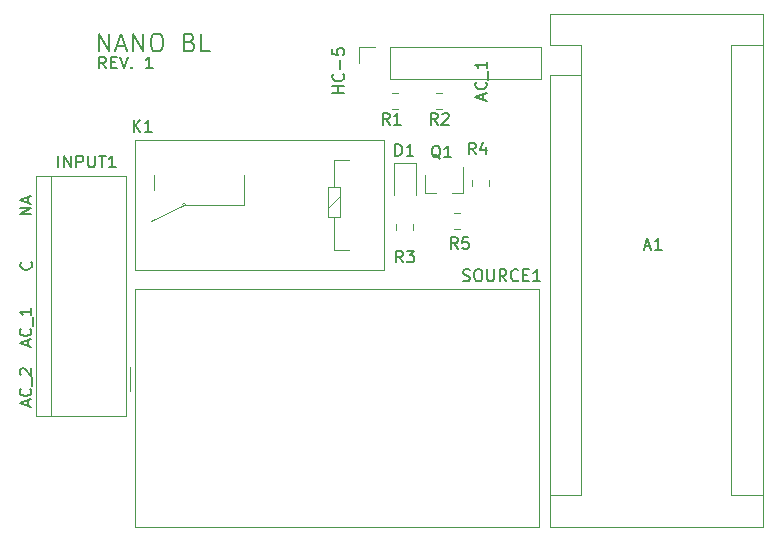
<source format=gbr>
%TF.GenerationSoftware,KiCad,Pcbnew,(5.1.5)-3*%
%TF.CreationDate,2020-10-03T11:48:18-03:00*%
%TF.ProjectId,interruptor_bluetooth V1.0,696e7465-7272-4757-9074-6f725f626c75,rev?*%
%TF.SameCoordinates,Original*%
%TF.FileFunction,Legend,Top*%
%TF.FilePolarity,Positive*%
%FSLAX46Y46*%
G04 Gerber Fmt 4.6, Leading zero omitted, Abs format (unit mm)*
G04 Created by KiCad (PCBNEW (5.1.5)-3) date 2020-10-03 11:48:18*
%MOMM*%
%LPD*%
G04 APERTURE LIST*
%ADD10C,0.150000*%
%ADD11C,0.120000*%
G04 APERTURE END LIST*
D10*
X137830133Y-67152780D02*
X137496800Y-66676590D01*
X137258704Y-67152780D02*
X137258704Y-66152780D01*
X137639657Y-66152780D01*
X137734895Y-66200400D01*
X137782514Y-66248019D01*
X137830133Y-66343257D01*
X137830133Y-66486114D01*
X137782514Y-66581352D01*
X137734895Y-66628971D01*
X137639657Y-66676590D01*
X137258704Y-66676590D01*
X138258704Y-66628971D02*
X138592038Y-66628971D01*
X138734895Y-67152780D02*
X138258704Y-67152780D01*
X138258704Y-66152780D01*
X138734895Y-66152780D01*
X139020609Y-66152780D02*
X139353942Y-67152780D01*
X139687276Y-66152780D01*
X140020609Y-67057542D02*
X140068228Y-67105161D01*
X140020609Y-67152780D01*
X139972990Y-67105161D01*
X140020609Y-67057542D01*
X140020609Y-67152780D01*
X141782514Y-67152780D02*
X141211085Y-67152780D01*
X141496800Y-67152780D02*
X141496800Y-66152780D01*
X141401561Y-66295638D01*
X141306323Y-66390876D01*
X141211085Y-66438495D01*
X137262171Y-65702571D02*
X137262171Y-64202571D01*
X138119314Y-65702571D01*
X138119314Y-64202571D01*
X138762171Y-65274000D02*
X139476457Y-65274000D01*
X138619314Y-65702571D02*
X139119314Y-64202571D01*
X139619314Y-65702571D01*
X140119314Y-65702571D02*
X140119314Y-64202571D01*
X140976457Y-65702571D01*
X140976457Y-64202571D01*
X141976457Y-64202571D02*
X142262171Y-64202571D01*
X142405028Y-64274000D01*
X142547885Y-64416857D01*
X142619314Y-64702571D01*
X142619314Y-65202571D01*
X142547885Y-65488285D01*
X142405028Y-65631142D01*
X142262171Y-65702571D01*
X141976457Y-65702571D01*
X141833600Y-65631142D01*
X141690742Y-65488285D01*
X141619314Y-65202571D01*
X141619314Y-64702571D01*
X141690742Y-64416857D01*
X141833600Y-64274000D01*
X141976457Y-64202571D01*
X144905028Y-64916857D02*
X145119314Y-64988285D01*
X145190742Y-65059714D01*
X145262171Y-65202571D01*
X145262171Y-65416857D01*
X145190742Y-65559714D01*
X145119314Y-65631142D01*
X144976457Y-65702571D01*
X144405028Y-65702571D01*
X144405028Y-64202571D01*
X144905028Y-64202571D01*
X145047885Y-64274000D01*
X145119314Y-64345428D01*
X145190742Y-64488285D01*
X145190742Y-64631142D01*
X145119314Y-64774000D01*
X145047885Y-64845428D01*
X144905028Y-64916857D01*
X144405028Y-64916857D01*
X146619314Y-65702571D02*
X145905028Y-65702571D01*
X145905028Y-64202571D01*
X169787866Y-69768838D02*
X169787866Y-69292647D01*
X170073580Y-69864076D02*
X169073580Y-69530742D01*
X170073580Y-69197409D01*
X169978342Y-68292647D02*
X170025961Y-68340266D01*
X170073580Y-68483123D01*
X170073580Y-68578361D01*
X170025961Y-68721219D01*
X169930723Y-68816457D01*
X169835485Y-68864076D01*
X169645009Y-68911695D01*
X169502152Y-68911695D01*
X169311676Y-68864076D01*
X169216438Y-68816457D01*
X169121200Y-68721219D01*
X169073580Y-68578361D01*
X169073580Y-68483123D01*
X169121200Y-68340266D01*
X169168819Y-68292647D01*
X170168819Y-68102171D02*
X170168819Y-67340266D01*
X170073580Y-66578361D02*
X170073580Y-67149790D01*
X170073580Y-66864076D02*
X169073580Y-66864076D01*
X169216438Y-66959314D01*
X169311676Y-67054552D01*
X169359295Y-67149790D01*
X131516380Y-79505085D02*
X130516380Y-79505085D01*
X131516380Y-78933657D01*
X130516380Y-78933657D01*
X131230666Y-78505085D02*
X131230666Y-78028895D01*
X131516380Y-78600323D02*
X130516380Y-78266990D01*
X131516380Y-77933657D01*
X131471942Y-83561276D02*
X131519561Y-83608895D01*
X131567180Y-83751752D01*
X131567180Y-83846990D01*
X131519561Y-83989847D01*
X131424323Y-84085085D01*
X131329085Y-84132704D01*
X131138609Y-84180323D01*
X130995752Y-84180323D01*
X130805276Y-84132704D01*
X130710038Y-84085085D01*
X130614800Y-83989847D01*
X130567180Y-83846990D01*
X130567180Y-83751752D01*
X130614800Y-83608895D01*
X130662419Y-83561276D01*
X131218466Y-95727638D02*
X131218466Y-95251447D01*
X131504180Y-95822876D02*
X130504180Y-95489542D01*
X131504180Y-95156209D01*
X131408942Y-94251447D02*
X131456561Y-94299066D01*
X131504180Y-94441923D01*
X131504180Y-94537161D01*
X131456561Y-94680019D01*
X131361323Y-94775257D01*
X131266085Y-94822876D01*
X131075609Y-94870495D01*
X130932752Y-94870495D01*
X130742276Y-94822876D01*
X130647038Y-94775257D01*
X130551800Y-94680019D01*
X130504180Y-94537161D01*
X130504180Y-94441923D01*
X130551800Y-94299066D01*
X130599419Y-94251447D01*
X131599419Y-94060971D02*
X131599419Y-93299066D01*
X130599419Y-93108590D02*
X130551800Y-93060971D01*
X130504180Y-92965733D01*
X130504180Y-92727638D01*
X130551800Y-92632400D01*
X130599419Y-92584780D01*
X130694657Y-92537161D01*
X130789895Y-92537161D01*
X130932752Y-92584780D01*
X131504180Y-93156209D01*
X131504180Y-92537161D01*
X131230666Y-90647638D02*
X131230666Y-90171447D01*
X131516380Y-90742876D02*
X130516380Y-90409542D01*
X131516380Y-90076209D01*
X131421142Y-89171447D02*
X131468761Y-89219066D01*
X131516380Y-89361923D01*
X131516380Y-89457161D01*
X131468761Y-89600019D01*
X131373523Y-89695257D01*
X131278285Y-89742876D01*
X131087809Y-89790495D01*
X130944952Y-89790495D01*
X130754476Y-89742876D01*
X130659238Y-89695257D01*
X130564000Y-89600019D01*
X130516380Y-89457161D01*
X130516380Y-89361923D01*
X130564000Y-89219066D01*
X130611619Y-89171447D01*
X131611619Y-88980971D02*
X131611619Y-88219066D01*
X131516380Y-87457161D02*
X131516380Y-88028590D01*
X131516380Y-87742876D02*
X130516380Y-87742876D01*
X130659238Y-87838114D01*
X130754476Y-87933352D01*
X130802095Y-88028590D01*
D11*
X144592500Y-78676500D02*
G75*
G03X144592500Y-78676500I-130000J0D01*
G01*
X161382500Y-84176500D02*
X140242500Y-84176500D01*
X161382500Y-73176500D02*
X161382500Y-84176500D01*
X140242500Y-73176500D02*
X140242500Y-84176500D01*
X161382500Y-73176500D02*
X140242500Y-73176500D01*
X156652500Y-77156500D02*
X157162500Y-77156500D01*
X156652500Y-79696500D02*
X156652500Y-77156500D01*
X157162500Y-79696500D02*
X156652500Y-79696500D01*
X157672500Y-79696500D02*
X157162500Y-79696500D01*
X157672500Y-77156500D02*
X157672500Y-79696500D01*
X157162500Y-77156500D02*
X157672500Y-77156500D01*
X158432500Y-74866500D02*
X157162500Y-74866500D01*
X157162500Y-74866500D02*
X157162500Y-77156500D01*
X157162500Y-79696500D02*
X157162500Y-82486500D01*
X157162500Y-82486500D02*
X158432500Y-82486500D01*
X157672500Y-77916500D02*
X156652500Y-78926500D01*
X149542500Y-78676500D02*
X144462500Y-78676500D01*
X149542500Y-76136500D02*
X149542500Y-78676500D01*
X141922500Y-76136500D02*
X141922500Y-77406500D01*
X144462500Y-78676500D02*
X141672500Y-80076500D01*
X131927600Y-76250800D02*
X131927600Y-96570800D01*
X139547600Y-76250800D02*
X139547600Y-96570800D01*
X133197600Y-96570800D02*
X133197600Y-76250800D01*
X131927600Y-96570800D02*
X139547600Y-96570800D01*
X139547600Y-76250800D02*
X131927600Y-76250800D01*
X167317922Y-80783500D02*
X167835078Y-80783500D01*
X167317922Y-79363500D02*
X167835078Y-79363500D01*
X193424000Y-62506400D02*
X175384000Y-62506400D01*
X193424000Y-105946400D02*
X193424000Y-62506400D01*
X175384000Y-105946400D02*
X193424000Y-105946400D01*
X178054000Y-103276400D02*
X175384000Y-103276400D01*
X178054000Y-67716400D02*
X178054000Y-103276400D01*
X178054000Y-67716400D02*
X175384000Y-67716400D01*
X190754000Y-103276400D02*
X193424000Y-103276400D01*
X190754000Y-65176400D02*
X190754000Y-103276400D01*
X190754000Y-65176400D02*
X193424000Y-65176400D01*
X175384000Y-62506400D02*
X175384000Y-65176400D01*
X175384000Y-67716400D02*
X175384000Y-105946400D01*
X178054000Y-65176400D02*
X175384000Y-65176400D01*
X178054000Y-67716400D02*
X178054000Y-65176400D01*
X168835000Y-76576422D02*
X168835000Y-77093578D01*
X170255000Y-76576422D02*
X170255000Y-77093578D01*
X162421500Y-80322922D02*
X162421500Y-80840078D01*
X163841500Y-80322922D02*
X163841500Y-80840078D01*
X166272978Y-69203500D02*
X165755822Y-69203500D01*
X166272978Y-70623500D02*
X165755822Y-70623500D01*
X162526478Y-69203500D02*
X162009322Y-69203500D01*
X162526478Y-70623500D02*
X162009322Y-70623500D01*
X164853500Y-77658500D02*
X164853500Y-76198500D01*
X168013500Y-77658500D02*
X168013500Y-75498500D01*
X168013500Y-77658500D02*
X167083500Y-77658500D01*
X164853500Y-77658500D02*
X165783500Y-77658500D01*
X139894500Y-92408500D02*
X139894500Y-94418500D01*
X174484500Y-85808500D02*
X140284500Y-85808500D01*
X174484500Y-106008500D02*
X174484500Y-85808500D01*
X140284500Y-106008500D02*
X174484500Y-106008500D01*
X140284500Y-85808500D02*
X140284500Y-106008500D01*
X159286900Y-66675000D02*
X159286900Y-65345000D01*
X159286900Y-65345000D02*
X160616900Y-65345000D01*
X161886900Y-65345000D02*
X174646900Y-65345000D01*
X174646900Y-68005000D02*
X174646900Y-65345000D01*
X161886900Y-68005000D02*
X174646900Y-68005000D01*
X161886900Y-68005000D02*
X161886900Y-65345000D01*
X162171500Y-75150000D02*
X162171500Y-77835000D01*
X164091500Y-75150000D02*
X162171500Y-75150000D01*
X164091500Y-77835000D02*
X164091500Y-75150000D01*
D10*
X140168404Y-72524880D02*
X140168404Y-71524880D01*
X140739833Y-72524880D02*
X140311261Y-71953452D01*
X140739833Y-71524880D02*
X140168404Y-72096309D01*
X141692214Y-72524880D02*
X141120785Y-72524880D01*
X141406500Y-72524880D02*
X141406500Y-71524880D01*
X141311261Y-71667738D01*
X141216023Y-71762976D01*
X141120785Y-71810595D01*
X133790038Y-75534780D02*
X133790038Y-74534780D01*
X134266228Y-75534780D02*
X134266228Y-74534780D01*
X134837657Y-75534780D01*
X134837657Y-74534780D01*
X135313847Y-75534780D02*
X135313847Y-74534780D01*
X135694800Y-74534780D01*
X135790038Y-74582400D01*
X135837657Y-74630019D01*
X135885276Y-74725257D01*
X135885276Y-74868114D01*
X135837657Y-74963352D01*
X135790038Y-75010971D01*
X135694800Y-75058590D01*
X135313847Y-75058590D01*
X136313847Y-74534780D02*
X136313847Y-75344304D01*
X136361466Y-75439542D01*
X136409085Y-75487161D01*
X136504323Y-75534780D01*
X136694800Y-75534780D01*
X136790038Y-75487161D01*
X136837657Y-75439542D01*
X136885276Y-75344304D01*
X136885276Y-74534780D01*
X137218609Y-74534780D02*
X137790038Y-74534780D01*
X137504323Y-75534780D02*
X137504323Y-74534780D01*
X138647180Y-75534780D02*
X138075752Y-75534780D01*
X138361466Y-75534780D02*
X138361466Y-74534780D01*
X138266228Y-74677638D01*
X138170990Y-74772876D01*
X138075752Y-74820495D01*
X167600333Y-82430880D02*
X167267000Y-81954690D01*
X167028904Y-82430880D02*
X167028904Y-81430880D01*
X167409857Y-81430880D01*
X167505095Y-81478500D01*
X167552714Y-81526119D01*
X167600333Y-81621357D01*
X167600333Y-81764214D01*
X167552714Y-81859452D01*
X167505095Y-81907071D01*
X167409857Y-81954690D01*
X167028904Y-81954690D01*
X168505095Y-81430880D02*
X168028904Y-81430880D01*
X167981285Y-81907071D01*
X168028904Y-81859452D01*
X168124142Y-81811833D01*
X168362238Y-81811833D01*
X168457476Y-81859452D01*
X168505095Y-81907071D01*
X168552714Y-82002309D01*
X168552714Y-82240404D01*
X168505095Y-82335642D01*
X168457476Y-82383261D01*
X168362238Y-82430880D01*
X168124142Y-82430880D01*
X168028904Y-82383261D01*
X167981285Y-82335642D01*
X183435714Y-82208666D02*
X183911904Y-82208666D01*
X183340476Y-82494380D02*
X183673809Y-81494380D01*
X184007142Y-82494380D01*
X184864285Y-82494380D02*
X184292857Y-82494380D01*
X184578571Y-82494380D02*
X184578571Y-81494380D01*
X184483333Y-81637238D01*
X184388095Y-81732476D01*
X184292857Y-81780095D01*
X169124333Y-74429880D02*
X168791000Y-73953690D01*
X168552904Y-74429880D02*
X168552904Y-73429880D01*
X168933857Y-73429880D01*
X169029095Y-73477500D01*
X169076714Y-73525119D01*
X169124333Y-73620357D01*
X169124333Y-73763214D01*
X169076714Y-73858452D01*
X169029095Y-73906071D01*
X168933857Y-73953690D01*
X168552904Y-73953690D01*
X169981476Y-73763214D02*
X169981476Y-74429880D01*
X169743380Y-73382261D02*
X169505285Y-74096547D01*
X170124333Y-74096547D01*
X162964833Y-83573880D02*
X162631500Y-83097690D01*
X162393404Y-83573880D02*
X162393404Y-82573880D01*
X162774357Y-82573880D01*
X162869595Y-82621500D01*
X162917214Y-82669119D01*
X162964833Y-82764357D01*
X162964833Y-82907214D01*
X162917214Y-83002452D01*
X162869595Y-83050071D01*
X162774357Y-83097690D01*
X162393404Y-83097690D01*
X163298166Y-82573880D02*
X163917214Y-82573880D01*
X163583880Y-82954833D01*
X163726738Y-82954833D01*
X163821976Y-83002452D01*
X163869595Y-83050071D01*
X163917214Y-83145309D01*
X163917214Y-83383404D01*
X163869595Y-83478642D01*
X163821976Y-83526261D01*
X163726738Y-83573880D01*
X163441023Y-83573880D01*
X163345785Y-83526261D01*
X163298166Y-83478642D01*
X165898533Y-71927980D02*
X165565200Y-71451790D01*
X165327104Y-71927980D02*
X165327104Y-70927980D01*
X165708057Y-70927980D01*
X165803295Y-70975600D01*
X165850914Y-71023219D01*
X165898533Y-71118457D01*
X165898533Y-71261314D01*
X165850914Y-71356552D01*
X165803295Y-71404171D01*
X165708057Y-71451790D01*
X165327104Y-71451790D01*
X166279485Y-71023219D02*
X166327104Y-70975600D01*
X166422342Y-70927980D01*
X166660438Y-70927980D01*
X166755676Y-70975600D01*
X166803295Y-71023219D01*
X166850914Y-71118457D01*
X166850914Y-71213695D01*
X166803295Y-71356552D01*
X166231866Y-71927980D01*
X166850914Y-71927980D01*
X161834533Y-71927980D02*
X161501200Y-71451790D01*
X161263104Y-71927980D02*
X161263104Y-70927980D01*
X161644057Y-70927980D01*
X161739295Y-70975600D01*
X161786914Y-71023219D01*
X161834533Y-71118457D01*
X161834533Y-71261314D01*
X161786914Y-71356552D01*
X161739295Y-71404171D01*
X161644057Y-71451790D01*
X161263104Y-71451790D01*
X162786914Y-71927980D02*
X162215485Y-71927980D01*
X162501200Y-71927980D02*
X162501200Y-70927980D01*
X162405961Y-71070838D01*
X162310723Y-71166076D01*
X162215485Y-71213695D01*
X166147761Y-74779119D02*
X166052523Y-74731500D01*
X165957285Y-74636261D01*
X165814428Y-74493404D01*
X165719190Y-74445785D01*
X165623952Y-74445785D01*
X165671571Y-74683880D02*
X165576333Y-74636261D01*
X165481095Y-74541023D01*
X165433476Y-74350547D01*
X165433476Y-74017214D01*
X165481095Y-73826738D01*
X165576333Y-73731500D01*
X165671571Y-73683880D01*
X165862047Y-73683880D01*
X165957285Y-73731500D01*
X166052523Y-73826738D01*
X166100142Y-74017214D01*
X166100142Y-74350547D01*
X166052523Y-74541023D01*
X165957285Y-74636261D01*
X165862047Y-74683880D01*
X165671571Y-74683880D01*
X167052523Y-74683880D02*
X166481095Y-74683880D01*
X166766809Y-74683880D02*
X166766809Y-73683880D01*
X166671571Y-73826738D01*
X166576333Y-73921976D01*
X166481095Y-73969595D01*
X168061095Y-85113761D02*
X168203952Y-85161380D01*
X168442047Y-85161380D01*
X168537285Y-85113761D01*
X168584904Y-85066142D01*
X168632523Y-84970904D01*
X168632523Y-84875666D01*
X168584904Y-84780428D01*
X168537285Y-84732809D01*
X168442047Y-84685190D01*
X168251571Y-84637571D01*
X168156333Y-84589952D01*
X168108714Y-84542333D01*
X168061095Y-84447095D01*
X168061095Y-84351857D01*
X168108714Y-84256619D01*
X168156333Y-84209000D01*
X168251571Y-84161380D01*
X168489666Y-84161380D01*
X168632523Y-84209000D01*
X169251571Y-84161380D02*
X169442047Y-84161380D01*
X169537285Y-84209000D01*
X169632523Y-84304238D01*
X169680142Y-84494714D01*
X169680142Y-84828047D01*
X169632523Y-85018523D01*
X169537285Y-85113761D01*
X169442047Y-85161380D01*
X169251571Y-85161380D01*
X169156333Y-85113761D01*
X169061095Y-85018523D01*
X169013476Y-84828047D01*
X169013476Y-84494714D01*
X169061095Y-84304238D01*
X169156333Y-84209000D01*
X169251571Y-84161380D01*
X170108714Y-84161380D02*
X170108714Y-84970904D01*
X170156333Y-85066142D01*
X170203952Y-85113761D01*
X170299190Y-85161380D01*
X170489666Y-85161380D01*
X170584904Y-85113761D01*
X170632523Y-85066142D01*
X170680142Y-84970904D01*
X170680142Y-84161380D01*
X171727761Y-85161380D02*
X171394428Y-84685190D01*
X171156333Y-85161380D02*
X171156333Y-84161380D01*
X171537285Y-84161380D01*
X171632523Y-84209000D01*
X171680142Y-84256619D01*
X171727761Y-84351857D01*
X171727761Y-84494714D01*
X171680142Y-84589952D01*
X171632523Y-84637571D01*
X171537285Y-84685190D01*
X171156333Y-84685190D01*
X172727761Y-85066142D02*
X172680142Y-85113761D01*
X172537285Y-85161380D01*
X172442047Y-85161380D01*
X172299190Y-85113761D01*
X172203952Y-85018523D01*
X172156333Y-84923285D01*
X172108714Y-84732809D01*
X172108714Y-84589952D01*
X172156333Y-84399476D01*
X172203952Y-84304238D01*
X172299190Y-84209000D01*
X172442047Y-84161380D01*
X172537285Y-84161380D01*
X172680142Y-84209000D01*
X172727761Y-84256619D01*
X173156333Y-84637571D02*
X173489666Y-84637571D01*
X173632523Y-85161380D02*
X173156333Y-85161380D01*
X173156333Y-84161380D01*
X173632523Y-84161380D01*
X174584904Y-85161380D02*
X174013476Y-85161380D01*
X174299190Y-85161380D02*
X174299190Y-84161380D01*
X174203952Y-84304238D01*
X174108714Y-84399476D01*
X174013476Y-84447095D01*
X157983180Y-69241752D02*
X156983180Y-69241752D01*
X157459371Y-69241752D02*
X157459371Y-68670323D01*
X157983180Y-68670323D02*
X156983180Y-68670323D01*
X157887942Y-67622704D02*
X157935561Y-67670323D01*
X157983180Y-67813180D01*
X157983180Y-67908419D01*
X157935561Y-68051276D01*
X157840323Y-68146514D01*
X157745085Y-68194133D01*
X157554609Y-68241752D01*
X157411752Y-68241752D01*
X157221276Y-68194133D01*
X157126038Y-68146514D01*
X157030800Y-68051276D01*
X156983180Y-67908419D01*
X156983180Y-67813180D01*
X157030800Y-67670323D01*
X157078419Y-67622704D01*
X157602228Y-67194133D02*
X157602228Y-66432228D01*
X156983180Y-65479847D02*
X156983180Y-65956038D01*
X157459371Y-66003657D01*
X157411752Y-65956038D01*
X157364133Y-65860800D01*
X157364133Y-65622704D01*
X157411752Y-65527466D01*
X157459371Y-65479847D01*
X157554609Y-65432228D01*
X157792704Y-65432228D01*
X157887942Y-65479847D01*
X157935561Y-65527466D01*
X157983180Y-65622704D01*
X157983180Y-65860800D01*
X157935561Y-65956038D01*
X157887942Y-66003657D01*
X162329904Y-74556880D02*
X162329904Y-73556880D01*
X162568000Y-73556880D01*
X162710857Y-73604500D01*
X162806095Y-73699738D01*
X162853714Y-73794976D01*
X162901333Y-73985452D01*
X162901333Y-74128309D01*
X162853714Y-74318785D01*
X162806095Y-74414023D01*
X162710857Y-74509261D01*
X162568000Y-74556880D01*
X162329904Y-74556880D01*
X163853714Y-74556880D02*
X163282285Y-74556880D01*
X163568000Y-74556880D02*
X163568000Y-73556880D01*
X163472761Y-73699738D01*
X163377523Y-73794976D01*
X163282285Y-73842595D01*
M02*

</source>
